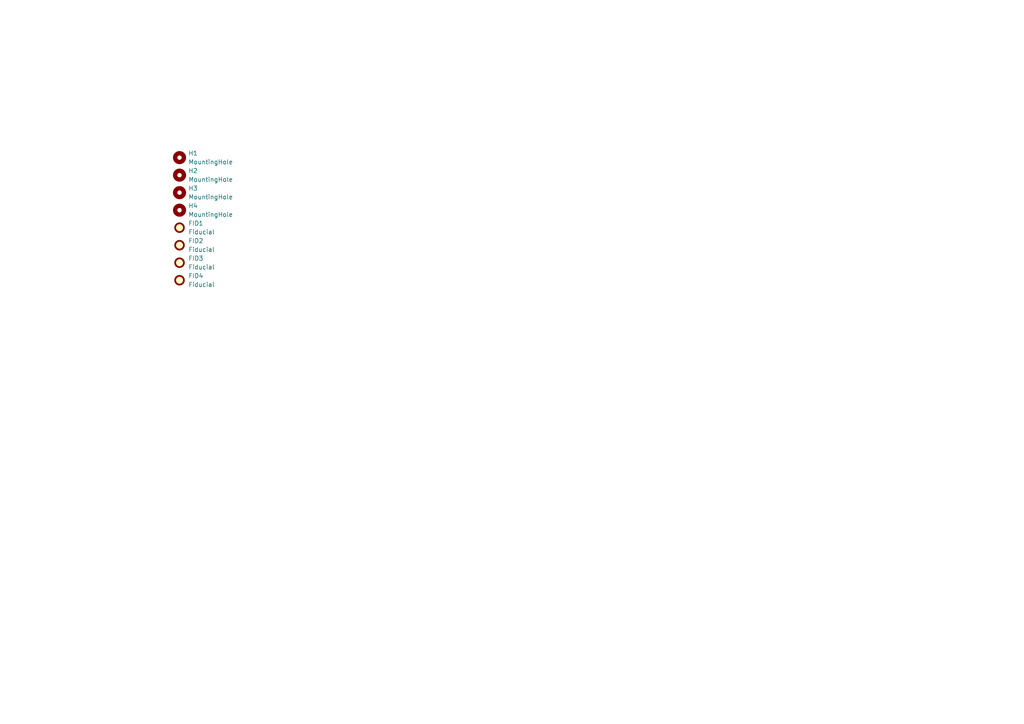
<source format=kicad_sch>
(kicad_sch (version 20230121) (generator eeschema)

  (uuid 0c9eb162-77f7-4405-b925-2e6f7d30d2de)

  (paper "A4")

  (lib_symbols
    (symbol "Mechanical:Fiducial" (in_bom yes) (on_board yes)
      (property "Reference" "FID" (at 0 5.08 0)
        (effects (font (size 1.27 1.27)))
      )
      (property "Value" "Fiducial" (at 0 3.175 0)
        (effects (font (size 1.27 1.27)))
      )
      (property "Footprint" "" (at 0 0 0)
        (effects (font (size 1.27 1.27)) hide)
      )
      (property "Datasheet" "~" (at 0 0 0)
        (effects (font (size 1.27 1.27)) hide)
      )
      (property "ki_keywords" "fiducial marker" (at 0 0 0)
        (effects (font (size 1.27 1.27)) hide)
      )
      (property "ki_description" "Fiducial Marker" (at 0 0 0)
        (effects (font (size 1.27 1.27)) hide)
      )
      (property "ki_fp_filters" "Fiducial*" (at 0 0 0)
        (effects (font (size 1.27 1.27)) hide)
      )
      (symbol "Fiducial_0_1"
        (circle (center 0 0) (radius 1.27)
          (stroke (width 0.508) (type default))
          (fill (type background))
        )
      )
    )
    (symbol "Mechanical:MountingHole" (pin_names (offset 1.016)) (in_bom yes) (on_board yes)
      (property "Reference" "H" (at 0 5.08 0)
        (effects (font (size 1.27 1.27)))
      )
      (property "Value" "MountingHole" (at 0 3.175 0)
        (effects (font (size 1.27 1.27)))
      )
      (property "Footprint" "" (at 0 0 0)
        (effects (font (size 1.27 1.27)) hide)
      )
      (property "Datasheet" "~" (at 0 0 0)
        (effects (font (size 1.27 1.27)) hide)
      )
      (property "ki_keywords" "mounting hole" (at 0 0 0)
        (effects (font (size 1.27 1.27)) hide)
      )
      (property "ki_description" "Mounting Hole without connection" (at 0 0 0)
        (effects (font (size 1.27 1.27)) hide)
      )
      (property "ki_fp_filters" "MountingHole*" (at 0 0 0)
        (effects (font (size 1.27 1.27)) hide)
      )
      (symbol "MountingHole_0_1"
        (circle (center 0 0) (radius 1.27)
          (stroke (width 1.27) (type default))
          (fill (type none))
        )
      )
    )
  )


  (symbol (lib_id "Mechanical:Fiducial") (at 52.07 66.04 0) (unit 1)
    (in_bom yes) (on_board yes) (dnp no) (fields_autoplaced)
    (uuid 211da4dd-c6d7-4dc9-a9d9-86b03866e423)
    (property "Reference" "FID1" (at 54.61 64.77 0)
      (effects (font (size 1.27 1.27)) (justify left))
    )
    (property "Value" "Fiducial" (at 54.61 67.31 0)
      (effects (font (size 1.27 1.27)) (justify left))
    )
    (property "Footprint" "Fiducial:Fiducial_1mm_Mask2mm" (at 52.07 66.04 0)
      (effects (font (size 1.27 1.27)) hide)
    )
    (property "Datasheet" "~" (at 52.07 66.04 0)
      (effects (font (size 1.27 1.27)) hide)
    )
    (property "Digikey" "" (at 52.07 66.04 0)
      (effects (font (size 1.27 1.27)) hide)
    )
    (instances
      (project "reprapdiscount_smart_controller"
        (path "/c20eb3f6-d157-43e2-84ab-82664a430dd1"
          (reference "FID1") (unit 1)
        )
        (path "/c20eb3f6-d157-43e2-84ab-82664a430dd1/11d33426-074a-4faa-9f63-eb95bcc3fbc7"
          (reference "FID1") (unit 1)
        )
      )
    )
  )

  (symbol (lib_id "Mechanical:MountingHole") (at 52.07 50.8 0) (unit 1)
    (in_bom yes) (on_board yes) (dnp no) (fields_autoplaced)
    (uuid 3bc14af7-b5cb-451e-9e64-ee2637cbdadc)
    (property "Reference" "H2" (at 54.61 49.53 0)
      (effects (font (size 1.27 1.27)) (justify left))
    )
    (property "Value" "MountingHole" (at 54.61 52.07 0)
      (effects (font (size 1.27 1.27)) (justify left))
    )
    (property "Footprint" "reprapdiscount_smart_controller:MountingHole_3mm" (at 52.07 50.8 0)
      (effects (font (size 1.27 1.27)) hide)
    )
    (property "Datasheet" "~" (at 52.07 50.8 0)
      (effects (font (size 1.27 1.27)) hide)
    )
    (property "Digikey" "" (at 52.07 50.8 0)
      (effects (font (size 1.27 1.27)) hide)
    )
    (instances
      (project "reprapdiscount_smart_controller"
        (path "/c20eb3f6-d157-43e2-84ab-82664a430dd1"
          (reference "H2") (unit 1)
        )
        (path "/c20eb3f6-d157-43e2-84ab-82664a430dd1/11d33426-074a-4faa-9f63-eb95bcc3fbc7"
          (reference "H2") (unit 1)
        )
      )
    )
  )

  (symbol (lib_id "Mechanical:Fiducial") (at 52.07 76.2 0) (unit 1)
    (in_bom yes) (on_board yes) (dnp no) (fields_autoplaced)
    (uuid 5575060e-a076-45ed-afac-54be4bedf7ca)
    (property "Reference" "FID3" (at 54.61 74.93 0)
      (effects (font (size 1.27 1.27)) (justify left))
    )
    (property "Value" "Fiducial" (at 54.61 77.47 0)
      (effects (font (size 1.27 1.27)) (justify left))
    )
    (property "Footprint" "Fiducial:Fiducial_1mm_Mask2mm" (at 52.07 76.2 0)
      (effects (font (size 1.27 1.27)) hide)
    )
    (property "Datasheet" "~" (at 52.07 76.2 0)
      (effects (font (size 1.27 1.27)) hide)
    )
    (property "Digikey" "" (at 52.07 76.2 0)
      (effects (font (size 1.27 1.27)) hide)
    )
    (instances
      (project "reprapdiscount_smart_controller"
        (path "/c20eb3f6-d157-43e2-84ab-82664a430dd1"
          (reference "FID3") (unit 1)
        )
        (path "/c20eb3f6-d157-43e2-84ab-82664a430dd1/11d33426-074a-4faa-9f63-eb95bcc3fbc7"
          (reference "FID3") (unit 1)
        )
      )
    )
  )

  (symbol (lib_id "Mechanical:Fiducial") (at 52.07 71.12 0) (unit 1)
    (in_bom yes) (on_board yes) (dnp no) (fields_autoplaced)
    (uuid 5e74813f-e853-490d-932e-05661bfbc26d)
    (property "Reference" "FID2" (at 54.61 69.85 0)
      (effects (font (size 1.27 1.27)) (justify left))
    )
    (property "Value" "Fiducial" (at 54.61 72.39 0)
      (effects (font (size 1.27 1.27)) (justify left))
    )
    (property "Footprint" "Fiducial:Fiducial_1mm_Mask2mm" (at 52.07 71.12 0)
      (effects (font (size 1.27 1.27)) hide)
    )
    (property "Datasheet" "~" (at 52.07 71.12 0)
      (effects (font (size 1.27 1.27)) hide)
    )
    (property "Digikey" "" (at 52.07 71.12 0)
      (effects (font (size 1.27 1.27)) hide)
    )
    (instances
      (project "reprapdiscount_smart_controller"
        (path "/c20eb3f6-d157-43e2-84ab-82664a430dd1"
          (reference "FID2") (unit 1)
        )
        (path "/c20eb3f6-d157-43e2-84ab-82664a430dd1/11d33426-074a-4faa-9f63-eb95bcc3fbc7"
          (reference "FID2") (unit 1)
        )
      )
    )
  )

  (symbol (lib_id "Mechanical:MountingHole") (at 52.07 45.72 0) (unit 1)
    (in_bom yes) (on_board yes) (dnp no) (fields_autoplaced)
    (uuid 62683719-4f0c-4452-b4d6-fc134b0d5435)
    (property "Reference" "H1" (at 54.61 44.45 0)
      (effects (font (size 1.27 1.27)) (justify left))
    )
    (property "Value" "MountingHole" (at 54.61 46.99 0)
      (effects (font (size 1.27 1.27)) (justify left))
    )
    (property "Footprint" "reprapdiscount_smart_controller:MountingHole_3mm" (at 52.07 45.72 0)
      (effects (font (size 1.27 1.27)) hide)
    )
    (property "Datasheet" "~" (at 52.07 45.72 0)
      (effects (font (size 1.27 1.27)) hide)
    )
    (property "Digikey" "" (at 52.07 45.72 0)
      (effects (font (size 1.27 1.27)) hide)
    )
    (instances
      (project "reprapdiscount_smart_controller"
        (path "/c20eb3f6-d157-43e2-84ab-82664a430dd1"
          (reference "H1") (unit 1)
        )
        (path "/c20eb3f6-d157-43e2-84ab-82664a430dd1/11d33426-074a-4faa-9f63-eb95bcc3fbc7"
          (reference "H1") (unit 1)
        )
      )
    )
  )

  (symbol (lib_id "Mechanical:Fiducial") (at 52.07 81.28 0) (unit 1)
    (in_bom yes) (on_board yes) (dnp no) (fields_autoplaced)
    (uuid 9ec48ce0-ca05-4913-80e8-178c66657009)
    (property "Reference" "FID4" (at 54.61 80.01 0)
      (effects (font (size 1.27 1.27)) (justify left))
    )
    (property "Value" "Fiducial" (at 54.61 82.55 0)
      (effects (font (size 1.27 1.27)) (justify left))
    )
    (property "Footprint" "Fiducial:Fiducial_1mm_Mask2mm" (at 52.07 81.28 0)
      (effects (font (size 1.27 1.27)) hide)
    )
    (property "Datasheet" "~" (at 52.07 81.28 0)
      (effects (font (size 1.27 1.27)) hide)
    )
    (property "Digikey" "" (at 52.07 81.28 0)
      (effects (font (size 1.27 1.27)) hide)
    )
    (instances
      (project "reprapdiscount_smart_controller"
        (path "/c20eb3f6-d157-43e2-84ab-82664a430dd1"
          (reference "FID4") (unit 1)
        )
        (path "/c20eb3f6-d157-43e2-84ab-82664a430dd1/11d33426-074a-4faa-9f63-eb95bcc3fbc7"
          (reference "FID4") (unit 1)
        )
      )
    )
  )

  (symbol (lib_id "Mechanical:MountingHole") (at 52.07 55.88 0) (unit 1)
    (in_bom yes) (on_board yes) (dnp no) (fields_autoplaced)
    (uuid a704d824-267e-4a68-98ad-af999f7e3dab)
    (property "Reference" "H3" (at 54.61 54.61 0)
      (effects (font (size 1.27 1.27)) (justify left))
    )
    (property "Value" "MountingHole" (at 54.61 57.15 0)
      (effects (font (size 1.27 1.27)) (justify left))
    )
    (property "Footprint" "reprapdiscount_smart_controller:MountingHole_3mm" (at 52.07 55.88 0)
      (effects (font (size 1.27 1.27)) hide)
    )
    (property "Datasheet" "~" (at 52.07 55.88 0)
      (effects (font (size 1.27 1.27)) hide)
    )
    (property "Digikey" "" (at 52.07 55.88 0)
      (effects (font (size 1.27 1.27)) hide)
    )
    (instances
      (project "reprapdiscount_smart_controller"
        (path "/c20eb3f6-d157-43e2-84ab-82664a430dd1"
          (reference "H3") (unit 1)
        )
        (path "/c20eb3f6-d157-43e2-84ab-82664a430dd1/11d33426-074a-4faa-9f63-eb95bcc3fbc7"
          (reference "H3") (unit 1)
        )
      )
    )
  )

  (symbol (lib_id "Mechanical:MountingHole") (at 52.07 60.96 0) (unit 1)
    (in_bom yes) (on_board yes) (dnp no) (fields_autoplaced)
    (uuid d3828e04-df8e-4613-96b7-dcf2add59eca)
    (property "Reference" "H4" (at 54.61 59.69 0)
      (effects (font (size 1.27 1.27)) (justify left))
    )
    (property "Value" "MountingHole" (at 54.61 62.23 0)
      (effects (font (size 1.27 1.27)) (justify left))
    )
    (property "Footprint" "reprapdiscount_smart_controller:MountingHole_3mm" (at 52.07 60.96 0)
      (effects (font (size 1.27 1.27)) hide)
    )
    (property "Datasheet" "~" (at 52.07 60.96 0)
      (effects (font (size 1.27 1.27)) hide)
    )
    (property "Digikey" "" (at 52.07 60.96 0)
      (effects (font (size 1.27 1.27)) hide)
    )
    (instances
      (project "reprapdiscount_smart_controller"
        (path "/c20eb3f6-d157-43e2-84ab-82664a430dd1"
          (reference "H4") (unit 1)
        )
        (path "/c20eb3f6-d157-43e2-84ab-82664a430dd1/11d33426-074a-4faa-9f63-eb95bcc3fbc7"
          (reference "H4") (unit 1)
        )
      )
    )
  )
)

</source>
